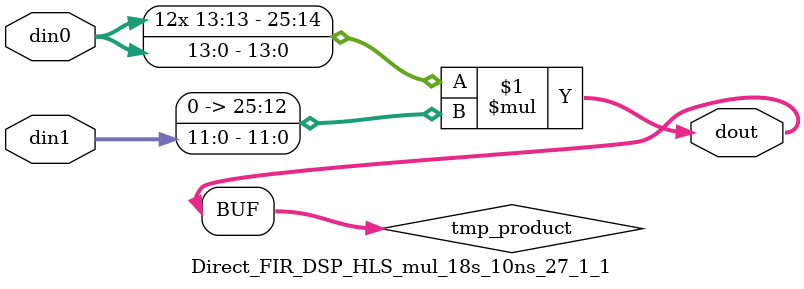
<source format=v>

`timescale 1 ns / 1 ps

 module Direct_FIR_DSP_HLS_mul_18s_10ns_27_1_1(din0, din1, dout);
parameter ID = 1;
parameter NUM_STAGE = 0;
parameter din0_WIDTH = 14;
parameter din1_WIDTH = 12;
parameter dout_WIDTH = 26;

input [din0_WIDTH - 1 : 0] din0; 
input [din1_WIDTH - 1 : 0] din1; 
output [dout_WIDTH - 1 : 0] dout;

wire signed [dout_WIDTH - 1 : 0] tmp_product;


























assign tmp_product = $signed(din0) * $signed({1'b0, din1});









assign dout = tmp_product;





















endmodule

</source>
